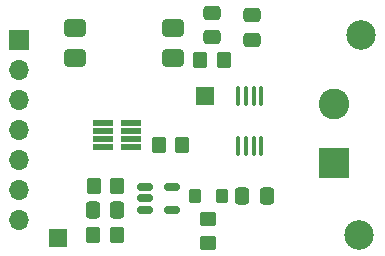
<source format=gts>
G04 #@! TF.GenerationSoftware,KiCad,Pcbnew,7.0.2*
G04 #@! TF.CreationDate,2023-10-22T17:07:00+02:00*
G04 #@! TF.ProjectId,aansturing lamp pcb,61616e73-7475-4726-996e-67206c616d70,rev?*
G04 #@! TF.SameCoordinates,Original*
G04 #@! TF.FileFunction,Soldermask,Top*
G04 #@! TF.FilePolarity,Negative*
%FSLAX46Y46*%
G04 Gerber Fmt 4.6, Leading zero omitted, Abs format (unit mm)*
G04 Created by KiCad (PCBNEW 7.0.2) date 2023-10-22 17:07:00*
%MOMM*%
%LPD*%
G01*
G04 APERTURE LIST*
G04 Aperture macros list*
%AMRoundRect*
0 Rectangle with rounded corners*
0 $1 Rounding radius*
0 $2 $3 $4 $5 $6 $7 $8 $9 X,Y pos of 4 corners*
0 Add a 4 corners polygon primitive as box body*
4,1,4,$2,$3,$4,$5,$6,$7,$8,$9,$2,$3,0*
0 Add four circle primitives for the rounded corners*
1,1,$1+$1,$2,$3*
1,1,$1+$1,$4,$5*
1,1,$1+$1,$6,$7*
1,1,$1+$1,$8,$9*
0 Add four rect primitives between the rounded corners*
20,1,$1+$1,$2,$3,$4,$5,0*
20,1,$1+$1,$4,$5,$6,$7,0*
20,1,$1+$1,$6,$7,$8,$9,0*
20,1,$1+$1,$8,$9,$2,$3,0*%
G04 Aperture macros list end*
%ADD10RoundRect,0.250000X-0.350000X-0.450000X0.350000X-0.450000X0.350000X0.450000X-0.350000X0.450000X0*%
%ADD11RoundRect,0.250000X0.337500X0.475000X-0.337500X0.475000X-0.337500X-0.475000X0.337500X-0.475000X0*%
%ADD12RoundRect,0.250000X0.350000X0.450000X-0.350000X0.450000X-0.350000X-0.450000X0.350000X-0.450000X0*%
%ADD13RoundRect,0.375000X0.575000X0.375000X-0.575000X0.375000X-0.575000X-0.375000X0.575000X-0.375000X0*%
%ADD14C,2.500000*%
%ADD15R,1.500000X1.500000*%
%ADD16RoundRect,0.250000X-0.337500X-0.475000X0.337500X-0.475000X0.337500X0.475000X-0.337500X0.475000X0*%
%ADD17RoundRect,0.150000X-0.512500X-0.150000X0.512500X-0.150000X0.512500X0.150000X-0.512500X0.150000X0*%
%ADD18R,2.600000X2.600000*%
%ADD19C,2.600000*%
%ADD20RoundRect,0.250000X0.275000X0.350000X-0.275000X0.350000X-0.275000X-0.350000X0.275000X-0.350000X0*%
%ADD21RoundRect,0.250000X-0.475000X0.337500X-0.475000X-0.337500X0.475000X-0.337500X0.475000X0.337500X0*%
%ADD22RoundRect,0.102000X0.762000X0.190000X-0.762000X0.190000X-0.762000X-0.190000X0.762000X-0.190000X0*%
%ADD23RoundRect,0.250000X-0.450000X0.350000X-0.450000X-0.350000X0.450000X-0.350000X0.450000X0.350000X0*%
%ADD24RoundRect,0.100000X-0.100000X0.712500X-0.100000X-0.712500X0.100000X-0.712500X0.100000X0.712500X0*%
%ADD25R,1.700000X1.700000*%
%ADD26O,1.700000X1.700000*%
G04 APERTURE END LIST*
D10*
X88360000Y-87790000D03*
X90360000Y-87790000D03*
D11*
X90347500Y-89780000D03*
X88272500Y-89780000D03*
D12*
X90281000Y-91948000D03*
X88281000Y-91948000D03*
D13*
X86781996Y-74422000D03*
X86781996Y-76962000D03*
X95081996Y-76962000D03*
X95081996Y-74422000D03*
D14*
X110800000Y-91900000D03*
D15*
X85344000Y-92202000D03*
D16*
X100943500Y-88646000D03*
X103018500Y-88646000D03*
D15*
X97790000Y-80137000D03*
D17*
X92732500Y-87860000D03*
X92732500Y-88810000D03*
X92732500Y-89760000D03*
X95007500Y-89760000D03*
X95007500Y-87860000D03*
D18*
X108712000Y-85852000D03*
D19*
X108712000Y-80852000D03*
D10*
X97340000Y-77100000D03*
X99340000Y-77100000D03*
X93853000Y-84328000D03*
X95853000Y-84328000D03*
D20*
X99194000Y-88646000D03*
X96894000Y-88646000D03*
D14*
X111000000Y-75000000D03*
D21*
X98340000Y-73072500D03*
X98340000Y-75147500D03*
D22*
X91465400Y-84414200D03*
X91465400Y-83764200D03*
X91465400Y-83113800D03*
X91465400Y-82463800D03*
X89128600Y-82463800D03*
X89128600Y-83113800D03*
X89128600Y-83764200D03*
X89128600Y-84414200D03*
D23*
X98044000Y-90567000D03*
X98044000Y-92567000D03*
D24*
X102545000Y-80177500D03*
X101895000Y-80177500D03*
X101245000Y-80177500D03*
X100595000Y-80177500D03*
X100595000Y-84402500D03*
X101245000Y-84402500D03*
X101895000Y-84402500D03*
X102545000Y-84402500D03*
D21*
X101710000Y-73312500D03*
X101710000Y-75387500D03*
D25*
X82042000Y-75438000D03*
D26*
X82042000Y-77978000D03*
X82042000Y-80518000D03*
X82042000Y-83058000D03*
X82042000Y-85598000D03*
X82042000Y-88138000D03*
X82042000Y-90678000D03*
M02*

</source>
